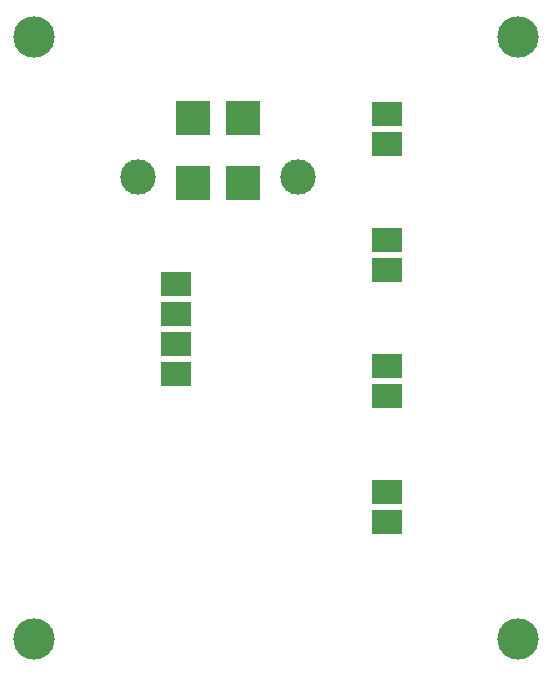
<source format=gbr>
%TF.GenerationSoftware,Altium Limited,Altium Designer,23.1.1 (15)*%
G04 Layer_Physical_Order=1*
G04 Layer_Color=255*
%FSLAX45Y45*%
%MOMM*%
%TF.SameCoordinates,360EE30D-AB56-4616-9298-F0F78F6C7FA0*%
%TF.FilePolarity,Positive*%
%TF.FileFunction,Copper,L1,Top,Signal*%
%TF.Part,Single*%
G01*
G75*
%TA.AperFunction,ComponentPad*%
%ADD10R,2.50000X2.00000*%
%ADD11R,3.00000X3.00000*%
%ADD12C,3.00000*%
%TA.AperFunction,ViaPad*%
%ADD13C,3.50000*%
D10*
X1500000Y2544000D02*
D03*
Y3306000D02*
D03*
Y3052000D02*
D03*
Y2798000D02*
D03*
X3289300Y4495800D02*
D03*
Y4749800D02*
D03*
Y3429000D02*
D03*
Y3683000D02*
D03*
Y1549400D02*
D03*
Y1295400D02*
D03*
Y2362200D02*
D03*
Y2616200D02*
D03*
D11*
X2070100Y4165600D02*
D03*
Y4715600D02*
D03*
X1650100D02*
D03*
Y4165600D02*
D03*
D12*
X2540100Y4211600D02*
D03*
X1180100D02*
D03*
D13*
X300000Y300000D02*
D03*
X4400000D02*
D03*
Y5400000D02*
D03*
X300000D02*
D03*
%TF.MD5,528114c5bd753394131dc23d8f4e366c*%
M02*

</source>
